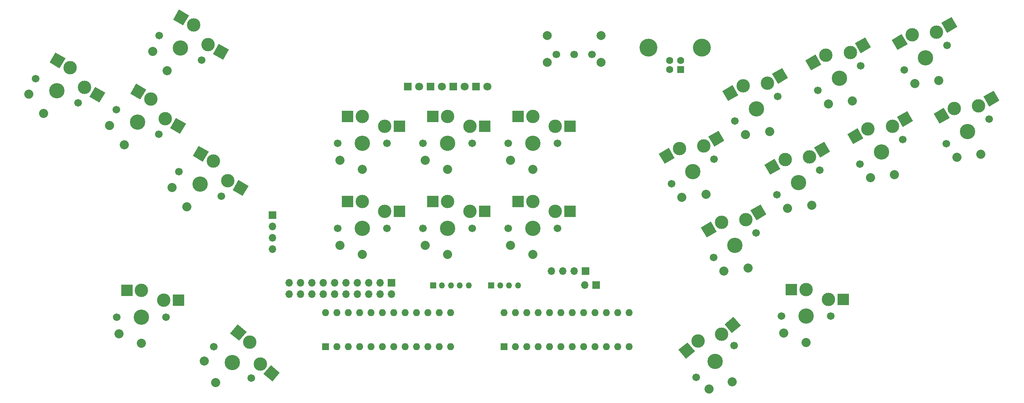
<source format=gbr>
%TF.GenerationSoftware,KiCad,Pcbnew,(5.1.10)-1*%
%TF.CreationDate,2021-10-16T10:52:33-04:00*%
%TF.ProjectId,mino_board,6d696e6f-5f62-46f6-9172-642e6b696361,rev?*%
%TF.SameCoordinates,Original*%
%TF.FileFunction,Soldermask,Bot*%
%TF.FilePolarity,Negative*%
%FSLAX46Y46*%
G04 Gerber Fmt 4.6, Leading zero omitted, Abs format (unit mm)*
G04 Created by KiCad (PCBNEW (5.1.10)-1) date 2021-10-16 10:52:33*
%MOMM*%
%LPD*%
G01*
G04 APERTURE LIST*
%ADD10R,1.600000X1.600000*%
%ADD11O,1.600000X1.600000*%
%ADD12O,1.700000X1.700000*%
%ADD13R,1.700000X1.700000*%
%ADD14C,2.000000*%
%ADD15C,1.700000*%
%ADD16C,0.100000*%
%ADD17C,3.000000*%
%ADD18C,2.032000*%
%ADD19C,3.429000*%
%ADD20C,1.701800*%
%ADD21C,4.000000*%
%ADD22C,1.600000*%
%ADD23R,2.600000X2.600000*%
%ADD24O,1.350000X1.350000*%
%ADD25R,1.350000X1.350000*%
%ADD26R,1.800000X1.800000*%
%ADD27C,1.800000*%
G04 APERTURE END LIST*
D10*
%TO.C,DIP_LEFT1*%
X118778000Y-142113000D03*
D11*
X146718000Y-134493000D03*
X121318000Y-142113000D03*
X144178000Y-134493000D03*
X123858000Y-142113000D03*
X141638000Y-134493000D03*
X126398000Y-142113000D03*
X139098000Y-134493000D03*
X128938000Y-142113000D03*
X136558000Y-134493000D03*
X131478000Y-142113000D03*
X134018000Y-134493000D03*
X134018000Y-142113000D03*
X131478000Y-134493000D03*
X136558000Y-142113000D03*
X128938000Y-134493000D03*
X139098000Y-142113000D03*
X126398000Y-134493000D03*
X141638000Y-142113000D03*
X123858000Y-134493000D03*
X144178000Y-142113000D03*
X121318000Y-134493000D03*
X146718000Y-142113000D03*
X118778000Y-134493000D03*
%TD*%
%TO.C,DIP_RIGHT1*%
X158623000Y-134493000D03*
X186563000Y-142113000D03*
X161163000Y-134493000D03*
X184023000Y-142113000D03*
X163703000Y-134493000D03*
X181483000Y-142113000D03*
X166243000Y-134493000D03*
X178943000Y-142113000D03*
X168783000Y-134493000D03*
X176403000Y-142113000D03*
X171323000Y-134493000D03*
X173863000Y-142113000D03*
X173863000Y-134493000D03*
X171323000Y-142113000D03*
X176403000Y-134493000D03*
X168783000Y-142113000D03*
X178943000Y-134493000D03*
X166243000Y-142113000D03*
X181483000Y-134493000D03*
X163703000Y-142113000D03*
X184023000Y-134493000D03*
X161163000Y-142113000D03*
X186563000Y-134493000D03*
D10*
X158623000Y-142113000D03*
%TD*%
D12*
%TO.C,JSTICKTYPE1*%
X106934000Y-120269000D03*
X106934000Y-117729000D03*
X106934000Y-115189000D03*
D13*
X106934000Y-112649000D03*
%TD*%
D14*
%TO.C,SW_SOCD1*%
X168302000Y-78394500D03*
X180302000Y-78394500D03*
X180302000Y-72394500D03*
X168302000Y-72394500D03*
D15*
X170302000Y-76644500D03*
X174302000Y-76644500D03*
X178302000Y-76644500D03*
%TD*%
D12*
%TO.C,JSOCD1*%
X176657000Y-128270000D03*
D13*
X179197000Y-128270000D03*
%TD*%
D16*
%TO.C,L2*%
G36*
X267055527Y-88294238D02*
G01*
X265755527Y-86042572D01*
X268007193Y-84742572D01*
X269307193Y-86994238D01*
X267055527Y-88294238D01*
G37*
D17*
X259265000Y-88750649D03*
D18*
X265190000Y-99013050D03*
X259809873Y-99694397D03*
D19*
X262240000Y-93903500D03*
D17*
X264695127Y-88155905D03*
D16*
G36*
X255952934Y-92163982D02*
G01*
X254652934Y-89912316D01*
X256904600Y-88612316D01*
X258204600Y-90863982D01*
X255952934Y-92163982D01*
G37*
D20*
X267003140Y-91153500D03*
X257476860Y-96653500D03*
%TD*%
D21*
%TO.C,USB_B1*%
X202870000Y-75150000D03*
X190870000Y-75150000D03*
D22*
X198120000Y-78010000D03*
X195620000Y-78010000D03*
X195620000Y-80010000D03*
D10*
X198120000Y-80010000D03*
%TD*%
D16*
%TO.C,R2*%
G36*
X257657527Y-71793938D02*
G01*
X256357527Y-69542272D01*
X258609193Y-68242272D01*
X259909193Y-70493938D01*
X257657527Y-71793938D01*
G37*
D17*
X249867000Y-72250349D03*
D18*
X255792000Y-82512750D03*
X250411873Y-83194097D03*
D19*
X252842000Y-77403200D03*
D17*
X255297127Y-71655605D03*
D16*
G36*
X246554934Y-75663682D02*
G01*
X245254934Y-73412016D01*
X247506600Y-72112016D01*
X248806600Y-74363682D01*
X246554934Y-75663682D01*
G37*
D20*
X257605140Y-74653200D03*
X248078860Y-80153200D03*
%TD*%
D16*
%TO.C,LEFT1*%
G36*
X66003027Y-86138238D02*
G01*
X67303027Y-83886572D01*
X69554693Y-85186572D01*
X68254693Y-87438238D01*
X66003027Y-86138238D01*
G37*
D17*
X61712500Y-79619649D03*
D18*
X55787500Y-89882050D03*
X52507373Y-85563397D03*
D19*
X58737500Y-84772500D03*
D17*
X64942627Y-84024905D03*
D16*
G36*
X57100434Y-78457982D02*
G01*
X58400434Y-76206316D01*
X60652100Y-77506316D01*
X59352100Y-79757982D01*
X57100434Y-78457982D01*
G37*
D20*
X63500640Y-87522500D03*
X53974360Y-82022500D03*
%TD*%
D16*
%TO.C,DOWN1*%
G36*
X84037027Y-93128138D02*
G01*
X85337027Y-90876472D01*
X87588693Y-92176472D01*
X86288693Y-94428138D01*
X84037027Y-93128138D01*
G37*
D17*
X79746500Y-86609549D03*
D18*
X73821500Y-96871950D03*
X70541373Y-92553297D03*
D19*
X76771500Y-91762400D03*
D17*
X82976627Y-91014805D03*
D16*
G36*
X75134434Y-85447882D02*
G01*
X76434434Y-83196216D01*
X78686100Y-84496216D01*
X77386100Y-86747882D01*
X75134434Y-85447882D01*
G37*
D20*
X81534640Y-94512400D03*
X72008360Y-89012400D03*
%TD*%
D16*
%TO.C,RIGHT1*%
G36*
X98007027Y-107029738D02*
G01*
X99307027Y-104778072D01*
X101558693Y-106078072D01*
X100258693Y-108329738D01*
X98007027Y-107029738D01*
G37*
D17*
X93716500Y-100511149D03*
D18*
X87791500Y-110773550D03*
X84511373Y-106454897D03*
D19*
X90741500Y-105664000D03*
D17*
X96946627Y-104916405D03*
D16*
G36*
X89104434Y-99349482D02*
G01*
X90404434Y-97097816D01*
X92656100Y-98397816D01*
X91356100Y-100649482D01*
X89104434Y-99349482D01*
G37*
D20*
X95504640Y-108414000D03*
X85978360Y-102914000D03*
%TD*%
%TO.C,UP1*%
X81596260Y-72414500D03*
X91122540Y-77914500D03*
D16*
G36*
X84722334Y-68849982D02*
G01*
X86022334Y-66598316D01*
X88274000Y-67898316D01*
X86974000Y-70149982D01*
X84722334Y-68849982D01*
G37*
D17*
X92564527Y-74416905D03*
D19*
X86359400Y-75164500D03*
D18*
X80129273Y-75955397D03*
X83409400Y-80274050D03*
D17*
X89334400Y-70011649D03*
D16*
G36*
X93624927Y-76530238D02*
G01*
X94924927Y-74278572D01*
X97176593Y-75578572D01*
X95876593Y-77830238D01*
X93624927Y-76530238D01*
G37*
%TD*%
D20*
%TO.C,UP3*%
X201590756Y-148950332D03*
X210017244Y-141879668D03*
D16*
G36*
X199310384Y-144793647D02*
G01*
X197639136Y-142801931D01*
X199630852Y-141130683D01*
X201302100Y-143122399D01*
X199310384Y-144793647D01*
G37*
D17*
X207223769Y-139328395D03*
D19*
X205804000Y-145415000D03*
D18*
X204416371Y-151539907D03*
X209596447Y-149934662D03*
D17*
X201979414Y-140857036D03*
D16*
G36*
X209572330Y-139054748D02*
G01*
X207901082Y-137063032D01*
X209892798Y-135391784D01*
X211564046Y-137383500D01*
X209572330Y-139054748D01*
G37*
%TD*%
D23*
%TO.C,HOME1*%
X154325000Y-92770000D03*
D17*
X146050000Y-90570000D03*
D18*
X146050000Y-102420000D03*
X141050000Y-100320000D03*
D19*
X146050000Y-96520000D03*
D17*
X151050000Y-92770000D03*
D23*
X142775000Y-90570000D03*
D20*
X151550000Y-96520000D03*
X140550000Y-96520000D03*
%TD*%
D23*
%TO.C,R3*%
X173375000Y-111820000D03*
D17*
X165100000Y-109620000D03*
D18*
X165100000Y-121470000D03*
X160100000Y-119370000D03*
D19*
X165100000Y-115570000D03*
D17*
X170100000Y-111820000D03*
D23*
X161825000Y-109620000D03*
D20*
X170600000Y-115570000D03*
X159600000Y-115570000D03*
%TD*%
D23*
%TO.C,L3*%
X135275000Y-111820000D03*
D17*
X127000000Y-109620000D03*
D18*
X127000000Y-121470000D03*
X122000000Y-119370000D03*
D19*
X127000000Y-115570000D03*
D17*
X132000000Y-111820000D03*
D23*
X123725000Y-109620000D03*
D20*
X132500000Y-115570000D03*
X121500000Y-115570000D03*
%TD*%
%TO.C,START1*%
X159600000Y-96520000D03*
X170600000Y-96520000D03*
D23*
X161825000Y-90570000D03*
D17*
X170100000Y-92770000D03*
D19*
X165100000Y-96520000D03*
D18*
X160100000Y-100320000D03*
X165100000Y-102420000D03*
D17*
X165100000Y-90570000D03*
D23*
X173375000Y-92770000D03*
%TD*%
%TO.C,RIGHT2*%
X234399000Y-131505000D03*
D17*
X226124000Y-129305000D03*
D18*
X226124000Y-141155000D03*
X221124000Y-139055000D03*
D19*
X226124000Y-135255000D03*
D17*
X231124000Y-131505000D03*
D23*
X222849000Y-129305000D03*
D20*
X231624000Y-135255000D03*
X220624000Y-135255000D03*
%TD*%
%TO.C,SELECT1*%
X121500000Y-96520000D03*
X132500000Y-96520000D03*
D23*
X123725000Y-90570000D03*
D17*
X132000000Y-92770000D03*
D19*
X127000000Y-96520000D03*
D18*
X122000000Y-100320000D03*
X127000000Y-102420000D03*
D17*
X127000000Y-90570000D03*
D23*
X135275000Y-92770000D03*
%TD*%
D20*
%TO.C,LEFT2*%
X72160500Y-135446000D03*
X83160500Y-135446000D03*
D23*
X74385500Y-129496000D03*
D17*
X82660500Y-131696000D03*
D19*
X77660500Y-135446000D03*
D18*
X72660500Y-139246000D03*
X77660500Y-141346000D03*
D17*
X77660500Y-129496000D03*
D23*
X85935500Y-131696000D03*
%TD*%
D16*
%TO.C,UP2*%
G36*
X104898489Y-148212635D02*
G01*
X106569737Y-146220919D01*
X108561453Y-147892167D01*
X106890205Y-149883883D01*
X104898489Y-148212635D01*
G37*
D17*
X101805086Y-141048036D03*
D18*
X94188053Y-150125662D03*
X91707685Y-145303031D03*
D19*
X97980500Y-145606000D03*
D17*
X104221176Y-145947271D03*
D16*
G36*
X97464809Y-139103140D02*
G01*
X99136057Y-137111424D01*
X101127773Y-138782672D01*
X99456525Y-140774388D01*
X97464809Y-139103140D01*
G37*
D20*
X102193744Y-149141332D03*
X93767256Y-142070668D03*
%TD*%
D16*
%TO.C,L1*%
G36*
X247761527Y-92866238D02*
G01*
X246461527Y-90614572D01*
X248713193Y-89314572D01*
X250013193Y-91566238D01*
X247761527Y-92866238D01*
G37*
D17*
X239971000Y-93322649D03*
D18*
X245896000Y-103585050D03*
X240515873Y-104266397D03*
D19*
X242946000Y-98475500D03*
D17*
X245401127Y-92727905D03*
D16*
G36*
X236658934Y-96735982D02*
G01*
X235358934Y-94484316D01*
X237610600Y-93184316D01*
X238910600Y-95435982D01*
X236658934Y-96735982D01*
G37*
D20*
X247709140Y-95725500D03*
X238182860Y-101225500D03*
%TD*%
D16*
%TO.C,Y1*%
G36*
X219831527Y-83223938D02*
G01*
X218531527Y-80972272D01*
X220783193Y-79672272D01*
X222083193Y-81923938D01*
X219831527Y-83223938D01*
G37*
D17*
X212041000Y-83680349D03*
D18*
X217966000Y-93942750D03*
X212585873Y-94624097D03*
D19*
X215016000Y-88833200D03*
D17*
X217471127Y-83085605D03*
D16*
G36*
X208728934Y-87093682D02*
G01*
X207428934Y-84842016D01*
X209680600Y-83542016D01*
X210980600Y-85793682D01*
X208728934Y-87093682D01*
G37*
D20*
X219779140Y-86083200D03*
X210252860Y-91583200D03*
%TD*%
D16*
%TO.C,A1*%
G36*
X215015527Y-113775738D02*
G01*
X213715527Y-111524072D01*
X215967193Y-110224072D01*
X217267193Y-112475738D01*
X215015527Y-113775738D01*
G37*
D17*
X207225000Y-114232149D03*
D18*
X213150000Y-124494550D03*
X207769873Y-125175897D03*
D19*
X210200000Y-119385000D03*
D17*
X212655127Y-113637405D03*
D16*
G36*
X203912934Y-117645482D02*
G01*
X202612934Y-115393816D01*
X204864600Y-114093816D01*
X206164600Y-116345482D01*
X203912934Y-117645482D01*
G37*
D20*
X214963140Y-116635000D03*
X205436860Y-122135000D03*
%TD*%
D16*
%TO.C,R1*%
G36*
X238363527Y-76365938D02*
G01*
X237063527Y-74114272D01*
X239315193Y-72814272D01*
X240615193Y-75065938D01*
X238363527Y-76365938D01*
G37*
D17*
X230573000Y-76822349D03*
D18*
X236498000Y-87084750D03*
X231117873Y-87766097D03*
D19*
X233548000Y-81975200D03*
D17*
X236003127Y-76227605D03*
D16*
G36*
X227260934Y-80235682D02*
G01*
X225960934Y-77984016D01*
X228212600Y-76684016D01*
X229512600Y-78935682D01*
X227260934Y-80235682D01*
G37*
D20*
X238311140Y-79225200D03*
X228784860Y-84725200D03*
%TD*%
D16*
%TO.C,X1*%
G36*
X205617527Y-97275738D02*
G01*
X204317527Y-95024072D01*
X206569193Y-93724072D01*
X207869193Y-95975738D01*
X205617527Y-97275738D01*
G37*
D17*
X197827000Y-97732149D03*
D18*
X203752000Y-107994550D03*
X198371873Y-108675897D03*
D19*
X200802000Y-102885000D03*
D17*
X203257127Y-97137405D03*
D16*
G36*
X194514934Y-101145482D02*
G01*
X193214934Y-98893816D01*
X195466600Y-97593816D01*
X196766600Y-99845482D01*
X194514934Y-101145482D01*
G37*
D20*
X205565140Y-100135000D03*
X196038860Y-105635000D03*
%TD*%
D16*
%TO.C,B1*%
G36*
X229229527Y-99724738D02*
G01*
X227929527Y-97473072D01*
X230181193Y-96173072D01*
X231481193Y-98424738D01*
X229229527Y-99724738D01*
G37*
D17*
X221439000Y-100181149D03*
D18*
X227364000Y-110443550D03*
X221983873Y-111124897D03*
D19*
X224414000Y-105334000D03*
D17*
X226869127Y-99586405D03*
D16*
G36*
X218126934Y-103594482D02*
G01*
X216826934Y-101342816D01*
X219078600Y-100042816D01*
X220378600Y-102294482D01*
X218126934Y-103594482D01*
G37*
D20*
X229177140Y-102584000D03*
X219650860Y-108084000D03*
%TD*%
%TO.C,TOUCHPAD1*%
X140550000Y-115570000D03*
X151550000Y-115570000D03*
D23*
X142775000Y-109620000D03*
D17*
X151050000Y-111820000D03*
D19*
X146050000Y-115570000D03*
D18*
X141050000Y-119370000D03*
X146050000Y-121470000D03*
D17*
X146050000Y-109620000D03*
D23*
X154325000Y-111820000D03*
%TD*%
D12*
%TO.C,J4*%
X110665000Y-130310000D03*
X110665000Y-127770000D03*
X113205000Y-130310000D03*
X113205000Y-127770000D03*
X115745000Y-130310000D03*
X115745000Y-127770000D03*
X118285000Y-130310000D03*
X118285000Y-127770000D03*
X120825000Y-130310000D03*
X120825000Y-127770000D03*
X123365000Y-130310000D03*
X123365000Y-127770000D03*
X125905000Y-130310000D03*
X125905000Y-127770000D03*
X128445000Y-130310000D03*
X128445000Y-127770000D03*
X130985000Y-130310000D03*
X130985000Y-127770000D03*
X133525000Y-130310000D03*
D13*
X133525000Y-127770000D03*
%TD*%
D12*
%TO.C,J1-2*%
X169260000Y-125160000D03*
X171800000Y-125160000D03*
X174340000Y-125160000D03*
D13*
X176880000Y-125160000D03*
%TD*%
D24*
%TO.C,J2*%
X150780000Y-128350000D03*
X148780000Y-128350000D03*
X146780000Y-128350000D03*
X144780000Y-128350000D03*
D25*
X142780000Y-128350000D03*
%TD*%
D24*
%TO.C,J10*%
X161780000Y-128350000D03*
X159780000Y-128350000D03*
X157780000Y-128350000D03*
D25*
X155780000Y-128350000D03*
%TD*%
D26*
%TO.C,P4*%
X152400000Y-83820000D03*
D27*
X154940000Y-83820000D03*
%TD*%
%TO.C,P3*%
X149860000Y-83820000D03*
D26*
X147320000Y-83820000D03*
%TD*%
%TO.C,P2*%
X142240000Y-83820000D03*
D27*
X144780000Y-83820000D03*
%TD*%
%TO.C,P1*%
X139700000Y-83820000D03*
D26*
X137160000Y-83820000D03*
%TD*%
M02*

</source>
